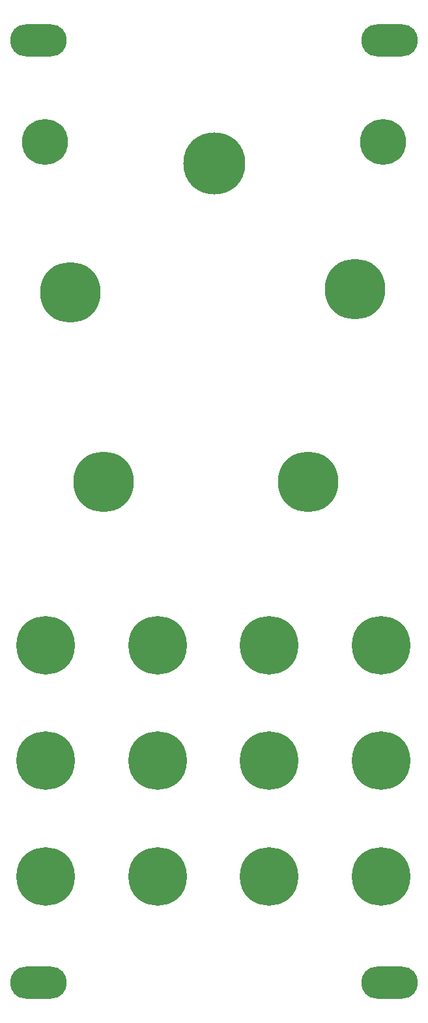
<source format=gbr>
G04 #@! TF.GenerationSoftware,KiCad,Pcbnew,8.0.5*
G04 #@! TF.CreationDate,2024-10-24T15:03:46-07:00*
G04 #@! TF.ProjectId,Sampler-built-FACEPLATE,53616d70-6c65-4722-9d62-75696c742d46,rev?*
G04 #@! TF.SameCoordinates,PXfff3cb00PY713fb30*
G04 #@! TF.FileFunction,Copper,L3,Inr*
G04 #@! TF.FilePolarity,Positive*
%FSLAX46Y46*%
G04 Gerber Fmt 4.6, Leading zero omitted, Abs format (unit mm)*
G04 Created by KiCad (PCBNEW 8.0.5) date 2024-10-24 15:03:46*
%MOMM*%
%LPD*%
G01*
G04 APERTURE LIST*
G04 #@! TA.AperFunction,ComponentPad*
%ADD10C,7.874000*%
G04 #@! TD*
G04 #@! TA.AperFunction,ComponentPad*
%ADD11C,7.620000*%
G04 #@! TD*
G04 #@! TA.AperFunction,ComponentPad*
%ADD12O,7.366000X4.191000*%
G04 #@! TD*
G04 #@! TA.AperFunction,ComponentPad*
%ADD13C,8.051800*%
G04 #@! TD*
G04 #@! TA.AperFunction,ComponentPad*
%ADD14C,5.969000*%
G04 #@! TD*
G04 APERTURE END LIST*
D10*
G04 #@! TO.N,GND*
G04 #@! TO.C,REF\u002A\u002A*
X11620000Y92731000D03*
G04 #@! TD*
G04 #@! TO.N,GND*
G04 #@! TO.C,REF\u002A\u002A*
X15940000Y68128000D03*
G04 #@! TD*
D11*
G04 #@! TO.N,GND*
G04 #@! TO.C,REF\u002A\u002A*
X8431000Y46815000D03*
G04 #@! TD*
D10*
G04 #@! TO.N,GND*
G04 #@! TO.C,REF\u002A\u002A*
X48615000Y93159000D03*
G04 #@! TD*
D11*
G04 #@! TO.N,GND*
G04 #@! TO.C,REF\u002A\u002A*
X37485000Y31819000D03*
G04 #@! TD*
G04 #@! TO.N,GND*
G04 #@! TO.C,REF\u002A\u002A*
X8430000Y16790000D03*
G04 #@! TD*
D12*
G04 #@! TO.N,GND*
G04 #@! TO.C,REF\u002A\u002A*
X53107000Y125502800D03*
G04 #@! TD*
D11*
G04 #@! TO.N,GND*
G04 #@! TO.C,REF\u002A\u002A*
X8431000Y31819000D03*
G04 #@! TD*
D13*
G04 #@! TO.N,GND*
G04 #@! TO.C,LOCK1*
X30331000Y109479000D03*
G04 #@! TD*
D11*
G04 #@! TO.N,GND*
G04 #@! TO.C,REF\u002A\u002A*
X37485000Y16790000D03*
G04 #@! TD*
D12*
G04 #@! TO.N,GND*
G04 #@! TO.C,REF\u002A\u002A*
X53107000Y2997200D03*
G04 #@! TD*
D11*
G04 #@! TO.N,GND*
G04 #@! TO.C,REF\u002A\u002A*
X52006000Y31819000D03*
G04 #@! TD*
G04 #@! TO.N,GND*
G04 #@! TO.C,REF\u002A\u002A*
X52006000Y16790000D03*
G04 #@! TD*
G04 #@! TO.N,GND*
G04 #@! TO.C,REF\u002A\u002A*
X52006000Y46815000D03*
G04 #@! TD*
D14*
G04 #@! TO.N,GND*
G04 #@! TO.C,REF\u002A\u002A*
X8300000Y112250000D03*
G04 #@! TD*
D12*
G04 #@! TO.N,GND*
G04 #@! TO.C,REF\u002A\u002A*
X7492999Y2997200D03*
G04 #@! TD*
D11*
G04 #@! TO.N,GND*
G04 #@! TO.C,REF\u002A\u002A*
X22957000Y46815000D03*
G04 #@! TD*
D10*
G04 #@! TO.N,GND*
G04 #@! TO.C,REF\u002A\u002A*
X42560000Y68128000D03*
G04 #@! TD*
D11*
G04 #@! TO.N,GND*
G04 #@! TO.C,REF\u002A\u002A*
X22958000Y31819000D03*
G04 #@! TD*
G04 #@! TO.N,GND*
G04 #@! TO.C,REF\u002A\u002A*
X37485000Y46815000D03*
G04 #@! TD*
G04 #@! TO.N,GND*
G04 #@! TO.C,REF\u002A\u002A*
X22958000Y16790000D03*
G04 #@! TD*
D14*
G04 #@! TO.N,GND*
G04 #@! TO.C,REF\u002A\u002A*
X52300000Y112250000D03*
G04 #@! TD*
D12*
G04 #@! TO.N,GND*
G04 #@! TO.C,REF\u002A\u002A*
X7492999Y125502800D03*
G04 #@! TD*
M02*

</source>
